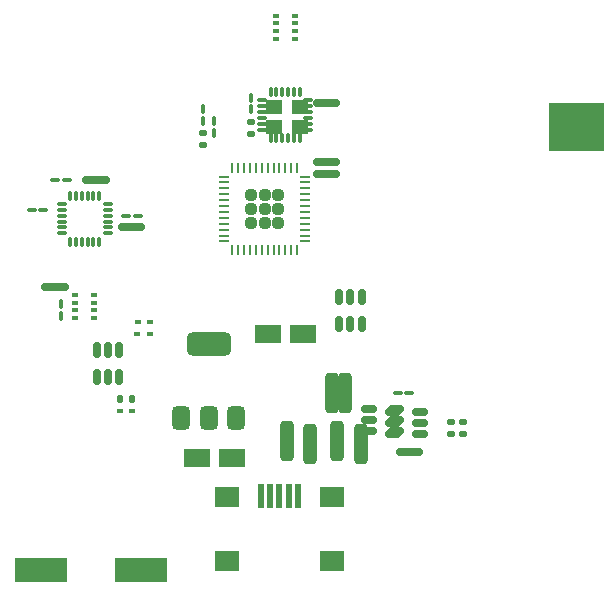
<source format=gbr>
%TF.GenerationSoftware,KiCad,Pcbnew,9.0.1*%
<<<<<<< Updated upstream
%TF.CreationDate,2025-10-26T21:15:44-04:00*%
=======
%TF.CreationDate,2025-10-26T21:35:25-04:00*%
>>>>>>> Stashed changes
%TF.ProjectId,Drone-Flight-Controller,44726f6e-652d-4466-9c69-6768742d436f,rev?*%
%TF.SameCoordinates,Original*%
%TF.FileFunction,Paste,Top*%
%TF.FilePolarity,Positive*%
%FSLAX46Y46*%
G04 Gerber Fmt 4.6, Leading zero omitted, Abs format (unit mm)*
<<<<<<< Updated upstream
G04 Created by KiCad (PCBNEW 9.0.1) date 2025-10-26 21:15:44*
=======
G04 Created by KiCad (PCBNEW 9.0.1) date 2025-10-26 21:35:25*
>>>>>>> Stashed changes
%MOMM*%
%LPD*%
G01*
G04 APERTURE LIST*
G04 Aperture macros list*
%AMRoundRect*
0 Rectangle with rounded corners*
0 $1 Rounding radius*
0 $2 $3 $4 $5 $6 $7 $8 $9 X,Y pos of 4 corners*
0 Add a 4 corners polygon primitive as box body*
4,1,4,$2,$3,$4,$5,$6,$7,$8,$9,$2,$3,0*
0 Add four circle primitives for the rounded corners*
1,1,$1+$1,$2,$3*
1,1,$1+$1,$4,$5*
1,1,$1+$1,$6,$7*
1,1,$1+$1,$8,$9*
0 Add four rect primitives between the rounded corners*
20,1,$1+$1,$2,$3,$4,$5,0*
20,1,$1+$1,$4,$5,$6,$7,0*
20,1,$1+$1,$6,$7,$8,$9,0*
20,1,$1+$1,$8,$9,$2,$3,0*%
G04 Aperture macros list end*
<<<<<<< Updated upstream
%ADD10RoundRect,0.147500X0.147500X0.172500X-0.147500X0.172500X-0.147500X-0.172500X0.147500X-0.172500X0*%
%ADD11RoundRect,0.165000X-0.165000X-0.475000X0.165000X-0.475000X0.165000X0.475000X-0.165000X0.475000X0*%
%ADD12RoundRect,0.140000X-0.140000X-0.170000X0.140000X-0.170000X0.140000X0.170000X-0.140000X0.170000X0*%
%ADD13RoundRect,0.140000X0.170000X-0.140000X0.170000X0.140000X-0.170000X0.140000X-0.170000X-0.140000X0*%
%ADD14RoundRect,0.140000X0.140000X0.170000X-0.140000X0.170000X-0.140000X-0.170000X0.140000X-0.170000X0*%
%ADD15RoundRect,0.135000X0.135000X0.185000X-0.135000X0.185000X-0.135000X-0.185000X0.135000X-0.185000X0*%
%ADD16RoundRect,0.135000X-0.135000X-0.185000X0.135000X-0.185000X0.135000X0.185000X-0.135000X0.185000X0*%
%ADD17RoundRect,0.135000X0.185000X-0.135000X0.185000X0.135000X-0.185000X0.135000X-0.185000X-0.135000X0*%
%ADD18RoundRect,0.135000X-0.185000X0.135000X-0.185000X-0.135000X0.185000X-0.135000X0.185000X0.135000X0*%
%ADD19RoundRect,0.235000X-0.235000X0.235000X-0.235000X-0.235000X0.235000X-0.235000X0.235000X0.235000X0*%
%ADD20RoundRect,0.062500X-0.062500X0.337500X-0.062500X-0.337500X0.062500X-0.337500X0.062500X0.337500X0*%
%ADD21RoundRect,0.062500X-0.337500X0.062500X-0.337500X-0.062500X0.337500X-0.062500X0.337500X0.062500X0*%
%ADD22RoundRect,0.250000X0.312500X1.450000X-0.312500X1.450000X-0.312500X-1.450000X0.312500X-1.450000X0*%
%ADD23RoundRect,0.150000X0.150000X-0.512500X0.150000X0.512500X-0.150000X0.512500X-0.150000X-0.512500X0*%
%ADD24RoundRect,0.150000X-0.512500X-0.150000X0.512500X-0.150000X0.512500X0.150000X-0.512500X0.150000X0*%
%ADD25R,2.200000X1.600000*%
%ADD26R,1.400000X1.200000*%
%ADD27RoundRect,0.075000X0.075000X-0.350000X0.075000X0.350000X-0.075000X0.350000X-0.075000X-0.350000X0*%
%ADD28RoundRect,0.075000X0.350000X0.075000X-0.350000X0.075000X-0.350000X-0.075000X0.350000X-0.075000X0*%
%ADD29R,0.500000X2.000000*%
%ADD30R,2.000000X1.700000*%
%ADD31RoundRect,0.147500X0.172500X-0.147500X0.172500X0.147500X-0.172500X0.147500X-0.172500X-0.147500X0*%
%ADD32RoundRect,0.375000X0.375000X-0.625000X0.375000X0.625000X-0.375000X0.625000X-0.375000X-0.625000X0*%
%ADD33RoundRect,0.500000X1.400000X-0.500000X1.400000X0.500000X-1.400000X0.500000X-1.400000X-0.500000X0*%
%ADD34R,0.500000X0.350000*%
G04 APERTURE END LIST*
D10*
%TO.C,D2*%
X67485000Y-34000000D03*
X66515000Y-34000000D03*
%TD*%
%TO.C,D3*%
X67485000Y-33000000D03*
X66515000Y-33000000D03*
%TD*%
%TO.C,D1*%
X67485000Y-35000000D03*
X66515000Y-35000000D03*
%TD*%
D11*
%TO.C,C10*%
X45960000Y-56500000D03*
X47040000Y-56500000D03*
%TD*%
D12*
%TO.C,C23*%
X22020000Y-47500000D03*
X22980000Y-47500000D03*
%TD*%
D13*
%TO.C,C22*%
X23000000Y-49980000D03*
X23000000Y-49020000D03*
%TD*%
D14*
%TO.C,C7*%
X52480000Y-56500000D03*
X51520000Y-56500000D03*
%TD*%
D12*
%TO.C,C2*%
X52020000Y-61500000D03*
X52980000Y-61500000D03*
%TD*%
D15*
%TO.C,R7*%
X30500000Y-51500000D03*
X29480000Y-51500000D03*
%TD*%
%TO.C,R6*%
X30510000Y-50500000D03*
X29490000Y-50500000D03*
%TD*%
D16*
%TO.C,R5*%
X27990000Y-57000000D03*
X29010000Y-57000000D03*
%TD*%
D15*
%TO.C,R4*%
X29010000Y-58000000D03*
X27990000Y-58000000D03*
%TD*%
D17*
%TO.C,R3*%
X57000000Y-60020000D03*
X57000000Y-59000000D03*
%TD*%
D18*
%TO.C,R2*%
X56000000Y-58990000D03*
X56000000Y-60010000D03*
%TD*%
D14*
%TO.C,C21*%
X21500000Y-41000000D03*
X20540000Y-41000000D03*
%TD*%
D12*
%TO.C,C19*%
X25500000Y-38500000D03*
X26460000Y-38500000D03*
%TD*%
D14*
%TO.C,C18*%
X23480000Y-38500000D03*
X22520000Y-38500000D03*
%TD*%
%TO.C,C20*%
X29500000Y-41500000D03*
X28540000Y-41500000D03*
%TD*%
D12*
%TO.C,C17*%
X28520000Y-42500000D03*
X29480000Y-42500000D03*
%TD*%
D19*
%TO.C,U3*%
X41420000Y-39767500D03*
X40250000Y-39767500D03*
X39080000Y-39767500D03*
X41420000Y-40937500D03*
X40250000Y-40937500D03*
X39080000Y-40937500D03*
X41420000Y-42107500D03*
X40250000Y-42107500D03*
X39080000Y-42107500D03*
D20*
X43000000Y-37487500D03*
X42500000Y-37487500D03*
X42000000Y-37487500D03*
X41500000Y-37487500D03*
X41000000Y-37487500D03*
X40500000Y-37487500D03*
X40000000Y-37487500D03*
X39500000Y-37487500D03*
X39000000Y-37487500D03*
X38500000Y-37487500D03*
X38000000Y-37487500D03*
X37500000Y-37487500D03*
D21*
X36800000Y-38187500D03*
X36800000Y-38687500D03*
X36800000Y-39187500D03*
X36800000Y-39687500D03*
X36800000Y-40187500D03*
X36800000Y-40687500D03*
X36800000Y-41187500D03*
X36800000Y-41687500D03*
X36800000Y-42187500D03*
X36800000Y-42687500D03*
X36800000Y-43187500D03*
X36800000Y-43687500D03*
D20*
X37500000Y-44387500D03*
X38000000Y-44387500D03*
X38500000Y-44387500D03*
X39000000Y-44387500D03*
X39500000Y-44387500D03*
X40000000Y-44387500D03*
X40500000Y-44387500D03*
X41000000Y-44387500D03*
X41500000Y-44387500D03*
X42000000Y-44387500D03*
X42500000Y-44387500D03*
X43000000Y-44387500D03*
D21*
X43700000Y-43687500D03*
X43700000Y-43187500D03*
X43700000Y-42687500D03*
X43700000Y-42187500D03*
X43700000Y-41687500D03*
X43700000Y-41187500D03*
X43700000Y-40687500D03*
X43700000Y-40187500D03*
X43700000Y-39687500D03*
X43700000Y-39187500D03*
X43700000Y-38687500D03*
X43700000Y-38187500D03*
%TD*%
D22*
%TO.C,L1*%
X48387500Y-60820000D03*
X44112500Y-60820000D03*
%TD*%
D23*
%TO.C,U4*%
X46550000Y-50637500D03*
X47500000Y-50637500D03*
X48450000Y-50637500D03*
X48450000Y-48362500D03*
X47500000Y-48362500D03*
X46550000Y-48362500D03*
%TD*%
D24*
%TO.C,U1*%
X51112500Y-58120000D03*
X51112500Y-59070000D03*
X51112500Y-60020000D03*
X53387500Y-60020000D03*
X53387500Y-59070000D03*
X53387500Y-58120000D03*
%TD*%
D25*
%TO.C,C6*%
X40500000Y-51500000D03*
X43500000Y-51500000D03*
%TD*%
D26*
%TO.C,Y1*%
X43200000Y-32300000D03*
X41000000Y-32300000D03*
X41000000Y-34000000D03*
X43200000Y-34000000D03*
%TD*%
D27*
%TO.C,U6*%
X23750000Y-43700000D03*
X24250000Y-43700000D03*
X24750000Y-43700000D03*
X25250000Y-43700000D03*
X25750000Y-43700000D03*
X26250000Y-43700000D03*
D28*
X26950000Y-43000000D03*
X26950000Y-42500000D03*
X26950000Y-42000000D03*
X26950000Y-41500000D03*
X26950000Y-41000000D03*
X26950000Y-40500000D03*
D27*
X26250000Y-39800000D03*
X25750000Y-39800000D03*
X25250000Y-39800000D03*
X24750000Y-39800000D03*
X24250000Y-39800000D03*
X23750000Y-39800000D03*
D28*
X23050000Y-40500000D03*
X23050000Y-41000000D03*
X23050000Y-41500000D03*
X23050000Y-42000000D03*
X23050000Y-42500000D03*
X23050000Y-43000000D03*
%TD*%
D23*
%TO.C,U5*%
X26050000Y-55137500D03*
X27000000Y-55137500D03*
X27950000Y-55137500D03*
X27950000Y-52862500D03*
X27000000Y-52862500D03*
X26050000Y-52862500D03*
%TD*%
D29*
%TO.C,J2*%
X39900000Y-65225000D03*
X40700000Y-65225000D03*
X41500000Y-65225000D03*
X42300000Y-65225000D03*
X43100000Y-65225000D03*
D30*
X37050000Y-65325000D03*
X37050000Y-70775000D03*
X45950000Y-65325000D03*
X45950000Y-70775000D03*
%TD*%
D12*
%TO.C,C11*%
X45020000Y-38000000D03*
X45980000Y-38000000D03*
%TD*%
D17*
%TO.C,R1*%
X39100000Y-34550000D03*
X39100000Y-33530000D03*
%TD*%
D31*
%TO.C,L2*%
X35000000Y-35485000D03*
X35000000Y-34515000D03*
%TD*%
D13*
%TO.C,C15*%
X35000000Y-33465000D03*
X35000000Y-32505000D03*
%TD*%
D25*
%TO.C,C4*%
X37500000Y-62000000D03*
X34500000Y-62000000D03*
%TD*%
D32*
%TO.C,U2*%
X33200000Y-58650000D03*
X35500000Y-58650000D03*
D33*
X35500000Y-52350000D03*
D32*
X37800000Y-58650000D03*
%TD*%
D13*
%TO.C,C3*%
X39100000Y-32500000D03*
X39100000Y-31540000D03*
%TD*%
%TO.C,C16*%
X36000000Y-34480000D03*
X36000000Y-33520000D03*
%TD*%
D34*
%TO.C,U7*%
X25800000Y-48230000D03*
X25800000Y-48880000D03*
X25800000Y-49530000D03*
X25800000Y-50180000D03*
X24200000Y-50180000D03*
X24200000Y-49530000D03*
X24200000Y-48880000D03*
X24200000Y-48230000D03*
%TD*%
D12*
%TO.C,C1*%
X45000000Y-32000000D03*
X45960000Y-32000000D03*
%TD*%
%TO.C,C9*%
X45020000Y-37000000D03*
X45980000Y-37000000D03*
=======
%ADD10R,4.500000X2.000000*%
%ADD11RoundRect,0.250000X0.312500X1.450000X-0.312500X1.450000X-0.312500X-1.450000X0.312500X-1.450000X0*%
%ADD12RoundRect,0.150000X-0.512500X-0.150000X0.512500X-0.150000X0.512500X0.150000X-0.512500X0.150000X0*%
%ADD13RoundRect,0.075000X-0.075000X0.350000X-0.075000X-0.350000X0.075000X-0.350000X0.075000X0.350000X0*%
%ADD14RoundRect,0.075000X-0.350000X-0.075000X0.350000X-0.075000X0.350000X0.075000X-0.350000X0.075000X0*%
%ADD15R,0.500000X0.350000*%
G04 APERTURE END LIST*
D10*
%TO.C,Y1*%
X29810000Y-71500000D03*
X21310000Y-71500000D03*
%TD*%
D11*
%TO.C,L1*%
X46387500Y-60570000D03*
X42112500Y-60570000D03*
%TD*%
D12*
%TO.C,U1*%
X49112500Y-57870000D03*
X49112500Y-58820000D03*
X49112500Y-59770000D03*
X51387500Y-59770000D03*
X51387500Y-58820000D03*
X51387500Y-57870000D03*
%TD*%
D13*
%TO.C,U4*%
X43250000Y-31050000D03*
X42750000Y-31050000D03*
X42250000Y-31050000D03*
X41750000Y-31050000D03*
X41250000Y-31050000D03*
X40750000Y-31050000D03*
D14*
X40050000Y-31750000D03*
X40050000Y-32250000D03*
X40050000Y-32750000D03*
X40050000Y-33250000D03*
X40050000Y-33750000D03*
X40050000Y-34250000D03*
D13*
X40750000Y-34950000D03*
X41250000Y-34950000D03*
X41750000Y-34950000D03*
X42250000Y-34950000D03*
X42750000Y-34950000D03*
X43250000Y-34950000D03*
D14*
X43950000Y-34250000D03*
X43950000Y-33750000D03*
X43950000Y-33250000D03*
X43950000Y-32750000D03*
X43950000Y-32250000D03*
X43950000Y-31750000D03*
%TD*%
D15*
%TO.C,U5*%
X41200000Y-26520000D03*
X41200000Y-25870000D03*
X41200000Y-25220000D03*
X41200000Y-24570000D03*
X42800000Y-24570000D03*
X42800000Y-25220000D03*
X42800000Y-25870000D03*
X42800000Y-26520000D03*
>>>>>>> Stashed changes
%TD*%
M02*

</source>
